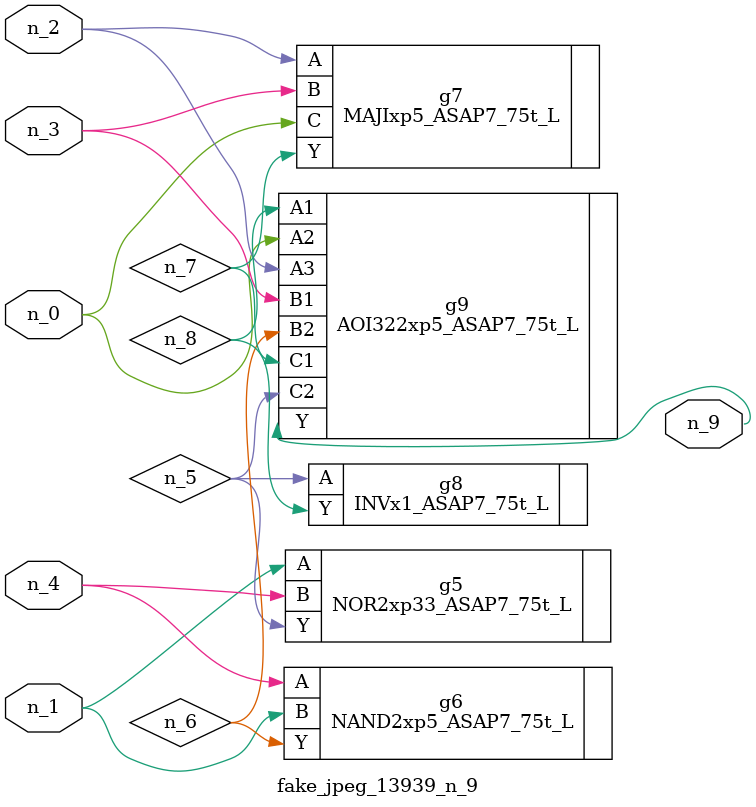
<source format=v>
module fake_jpeg_13939_n_9 (n_3, n_2, n_1, n_0, n_4, n_9);

input n_3;
input n_2;
input n_1;
input n_0;
input n_4;

output n_9;

wire n_8;
wire n_6;
wire n_5;
wire n_7;

NOR2xp33_ASAP7_75t_L g5 ( 
.A(n_1),
.B(n_4),
.Y(n_5)
);

NAND2xp5_ASAP7_75t_L g6 ( 
.A(n_4),
.B(n_1),
.Y(n_6)
);

MAJIxp5_ASAP7_75t_L g7 ( 
.A(n_2),
.B(n_3),
.C(n_0),
.Y(n_7)
);

INVx1_ASAP7_75t_L g8 ( 
.A(n_5),
.Y(n_8)
);

AOI322xp5_ASAP7_75t_L g9 ( 
.A1(n_8),
.A2(n_0),
.A3(n_2),
.B1(n_3),
.B2(n_6),
.C1(n_7),
.C2(n_5),
.Y(n_9)
);


endmodule
</source>
